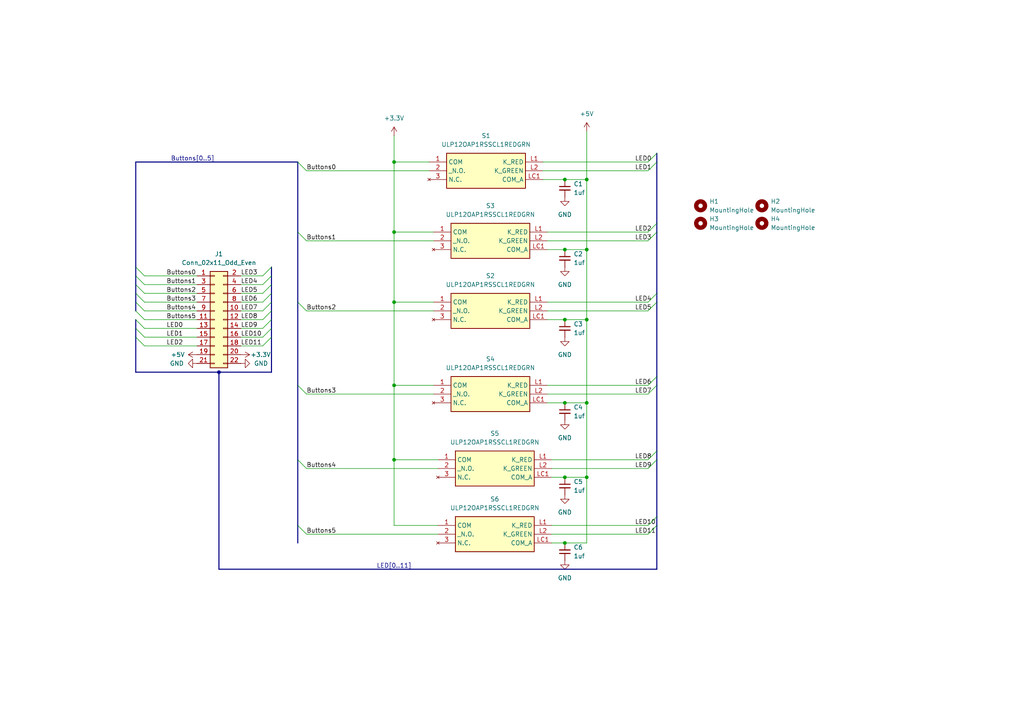
<source format=kicad_sch>
(kicad_sch (version 20250114) (generator "eeschema") (generator_version "9.0")
  (paper "A4")
  (lib_symbols
    (symbol "Connector_Generic:Conn_02x11_Odd_Even" (pin_names (offset 1.016) (hide yes))
      (property "Reference" "J" (at 1.27 15.24 0))
      (property "Value" "Conn_02x11_Odd_Even" (at 1.27 -15.24 0))
      (symbol "Conn_02x11_Odd_Even_1_1"
        (rectangle (start -1.27 13.97) (end 3.81 -13.97) (stroke (width 0.254)) (fill (type background)))
        (rectangle (start -1.27 12.827) (end 0 12.573) (stroke (width 0.1524)))
        (rectangle (start -1.27 10.287) (end 0 10.033) (stroke (width 0.1524)))
        (rectangle (start -1.27 7.747) (end 0 7.493) (stroke (width 0.1524)))
        (rectangle (start -1.27 5.207) (end 0 4.953) (stroke (width 0.1524)))
        (rectangle (start -1.27 2.667) (end 0 2.413) (stroke (width 0.1524)))
        (rectangle (start -1.27 0.127) (end 0 -0.127) (stroke (width 0.1524)))
        (rectangle (start -1.27 -2.413) (end 0 -2.667) (stroke (width 0.1524)))
        (rectangle (start -1.27 -4.953) (end 0 -5.207) (stroke (width 0.1524)))
        (rectangle (start -1.27 -7.493) (end 0 -7.747) (stroke (width 0.1524)))
        (rectangle (start -1.27 -10.033) (end 0 -10.287) (stroke (width 0.1524)))
        (rectangle (start -1.27 -12.573) (end 0 -12.827) (stroke (width 0.1524)))
        (rectangle (start 3.81 12.827) (end 2.54 12.573) (stroke (width 0.1524)))
        (rectangle (start 3.81 10.287) (end 2.54 10.033) (stroke (width 0.1524)))
        (rectangle (start 3.81 7.747) (end 2.54 7.493) (stroke (width 0.1524)))
        (rectangle (start 3.81 5.207) (end 2.54 4.953) (stroke (width 0.1524)))
        (rectangle (start 3.81 2.667) (end 2.54 2.413) (stroke (width 0.1524)))
        (rectangle (start 3.81 0.127) (end 2.54 -0.127) (stroke (width 0.1524)))
        (rectangle (start 3.81 -2.413) (end 2.54 -2.667) (stroke (width 0.1524)))
        (rectangle (start 3.81 -4.953) (end 2.54 -5.207) (stroke (width 0.1524)))
        (rectangle (start 3.81 -7.493) (end 2.54 -7.747) (stroke (width 0.1524)))
        (rectangle (start 3.81 -10.033) (end 2.54 -10.287) (stroke (width 0.1524)))
        (rectangle (start 3.81 -12.573) (end 2.54 -12.827) (stroke (width 0.1524)))
        (pin passive line (at -5.08 12.7 0) (length 3.81) (name "Pin_1") (number "1"))
        (pin passive line (at -5.08 10.16 0) (length 3.81) (name "Pin_3") (number "3"))
        (pin passive line (at -5.08 7.62 0) (length 3.81) (name "Pin_5") (number "5"))
        (pin passive line (at -5.08 5.08 0) (length 3.81) (name "Pin_7") (number "7"))
        (pin passive line (at -5.08 2.54 0) (length 3.81) (name "Pin_9") (number "9"))
        (pin passive line (at -5.08 0 0) (length 3.81) (name "Pin_11") (number "11"))
        (pin passive line (at -5.08 -2.54 0) (length 3.81) (name "Pin_13") (number "13"))
        (pin passive line (at -5.08 -5.08 0) (length 3.81) (name "Pin_15") (number "15"))
        (pin passive line (at -5.08 -7.62 0) (length 3.81) (name "Pin_17") (number "17"))
        (pin passive line (at -5.08 -10.16 0) (length 3.81) (name "Pin_19") (number "19"))
        (pin passive line (at -5.08 -12.7 0) (length 3.81) (name "Pin_21") (number "21"))
        (pin passive line (at 7.62 12.7 180) (length 3.81) (name "Pin_2") (number "2"))
        (pin passive line (at 7.62 10.16 180) (length 3.81) (name "Pin_4") (number "4"))
        (pin passive line (at 7.62 7.62 180) (length 3.81) (name "Pin_6") (number "6"))
        (pin passive line (at 7.62 5.08 180) (length 3.81) (name "Pin_8") (number "8"))
        (pin passive line (at 7.62 2.54 180) (length 3.81) (name "Pin_10") (number "10"))
        (pin passive line (at 7.62 0 180) (length 3.81) (name "Pin_12") (number "12"))
        (pin passive line (at 7.62 -2.54 180) (length 3.81) (name "Pin_14") (number "14"))
        (pin passive line (at 7.62 -5.08 180) (length 3.81) (name "Pin_16") (number "16"))
        (pin passive line (at 7.62 -7.62 180) (length 3.81) (name "Pin_18") (number "18"))
        (pin passive line (at 7.62 -10.16 180) (length 3.81) (name "Pin_20") (number "20"))
        (pin passive line (at 7.62 -12.7 180) (length 3.81) (name "Pin_22") (number "22"))
      )
    )
    (symbol "Control_Panel_Symbols:ULP12OAP1RSSCL1REDGRN"
      (property "Reference" "S" (at 29.21 7.62 0))
      (property "Value" "ULP12OAP1RSSCL1REDGRN" (at 29.21 5.08 0))
      (symbol "ULP12OAP1RSSCL1REDGRN_1_1"
        (rectangle (start 5.08 2.54) (end 27.94 -7.62) (stroke (width 0.254)) (fill (type background)))
        (pin passive line (at 0 0 0) (length 5.08) (name "COM") (number "1"))
        (pin passive line (at 0 -2.54 0) (length 5.08) (name "_N.O.") (number "2"))
        (pin no_connect line (at 0 -5.08 0) (length 5.08) (name "N.C.") (number "3"))
        (pin passive line (at 33.02 0 180) (length 5.08) (name "K_RED") (number "L1"))
        (pin passive line (at 33.02 -2.54 180) (length 5.08) (name "K_GREEN") (number "L2"))
        (pin passive line (at 33.02 -5.08 180) (length 5.08) (name "COM_A") (number "LC1"))
      )
    )
    (symbol "Device:C_Small" (pin_numbers (hide yes)) (pin_names (offset 0.254) (hide yes))
      (property "Reference" "C" (at 0.254 1.778 0))
      (property "Value" "C_Small" (at 0.254 -2.032 0))
      (symbol "C_Small_0_1"
        (polyline (pts (xy -1.524 0.508) (xy 1.524 0.508)) (stroke (width 0.3048)))
        (polyline (pts (xy -1.524 -0.508) (xy 1.524 -0.508)) (stroke (width 0.3302)))
      )
      (symbol "C_Small_1_1"
        (pin passive line (at 0 2.54 270) (length 2.032) (name "~") (number "1"))
        (pin passive line (at 0 -2.54 90) (length 2.032) (name "~") (number "2"))
      )
    )
    (symbol "Mechanical:MountingHole" (pin_names (offset 1.016)) (in_bom no)
      (property "Reference" "H" (at 0 5.08 0))
      (property "Value" "MountingHole" (at 0 3.175 0))
      (symbol "MountingHole_0_1"
        (circle (center 0 0) (radius 1.27) (stroke (width 1.27)))
      )
    )
    (symbol "power:+3.3V" (power) (pin_numbers (hide yes)) (pin_names (offset 0) (hide yes))
      (property "Value" "+3.3V" (at 0 3.556 0))
      (symbol "+3.3V_0_1"
        (polyline (pts (xy -0.762 1.27) (xy 0 2.54)))
        (polyline (pts (xy 0 2.54) (xy 0.762 1.27)))
        (polyline (pts (xy 0 0) (xy 0 2.54)))
      )
      (symbol "+3.3V_1_1"
        (pin power_in line (at 0 0 90) (length 0) (name "~") (number "1"))
      )
    )
    (symbol "power:+5V" (power) (pin_numbers (hide yes)) (pin_names (offset 0) (hide yes))
      (property "Value" "+5V" (at 0 3.556 0))
      (symbol "+5V_0_1"
        (polyline (pts (xy -0.762 1.27) (xy 0 2.54)))
        (polyline (pts (xy 0 2.54) (xy 0.762 1.27)))
        (polyline (pts (xy 0 0) (xy 0 2.54)))
      )
      (symbol "+5V_1_1"
        (pin power_in line (at 0 0 90) (length 0) (name "~") (number "1"))
      )
    )
    (symbol "power:GND" (power) (pin_numbers (hide yes)) (pin_names (offset 0) (hide yes))
      (property "Value" "GND" (at 0 -3.81 0))
      (symbol "GND_0_1"
        (polyline (pts (xy 0 0) (xy 0 -1.27) (xy 1.27 -1.27) (xy 0 -2.54) (xy -1.27 -1.27) (xy 0 -1.27)))
      )
      (symbol "GND_1_1"
        (pin power_in line (at 0 0 270) (length 0) (name "~") (number "1"))
      )
    )
  )
  (junction (at 163.83 92.71))
  (junction (at 163.83 138.43))
  (junction (at 163.83 52.07))
  (junction (at 114.3 46.99))
  (junction (at 163.83 72.39))
  (junction (at 170.18 92.71))
  (junction (at 170.18 138.43))
  (junction (at 163.83 116.84))
  (junction (at 170.18 52.07))
  (junction (at 163.83 157.48))
  (junction (at 114.3 111.76))
  (junction (at 114.3 87.63))
  (junction (at 170.18 116.84))
  (junction (at 114.3 133.35))
  (junction (at 63.5 107.95))
  (junction (at 114.3 67.31))
  (junction (at 170.18 72.39))
  (bus_entry (at 190.5 111.76) (size -2.54 2.54))
  (bus_entry (at 190.5 130.81) (size -2.54 2.54))
  (bus_entry (at 39.37 95.25) (size 2.54 2.54))
  (bus_entry (at 78.74 77.47) (size -2.54 2.54))
  (bus_entry (at 190.5 44.45) (size -2.54 2.54))
  (bus_entry (at 78.74 90.17) (size -2.54 2.54))
  (bus_entry (at 86.36 87.63) (size 2.54 2.54))
  (bus_entry (at 190.5 133.35) (size -2.54 2.54))
  (bus_entry (at 78.74 82.55) (size -2.54 2.54))
  (bus_entry (at 78.74 92.71) (size -2.54 2.54))
  (bus_entry (at 39.37 87.63) (size 2.54 2.54))
  (bus_entry (at 86.36 46.99) (size 2.54 2.54))
  (bus_entry (at 78.74 87.63) (size -2.54 2.54))
  (bus_entry (at 78.74 97.79) (size -2.54 2.54))
  (bus_entry (at 190.5 87.63) (size -2.54 2.54))
  (bus_entry (at 190.5 64.77) (size -2.54 2.54))
  (bus_entry (at 78.74 95.25) (size -2.54 2.54))
  (bus_entry (at 39.37 77.47) (size 2.54 2.54))
  (bus_entry (at 190.5 109.22) (size -2.54 2.54))
  (bus_entry (at 190.5 46.99) (size -2.54 2.54))
  (bus_entry (at 86.36 133.35) (size 2.54 2.54))
  (bus_entry (at 190.5 67.31) (size -2.54 2.54))
  (bus_entry (at 190.5 152.4) (size -2.54 2.54))
  (bus_entry (at 39.37 80.01) (size 2.54 2.54))
  (bus_entry (at 190.5 85.09) (size -2.54 2.54))
  (bus_entry (at 190.5 149.86) (size -2.54 2.54))
  (bus_entry (at 86.36 111.76) (size 2.54 2.54))
  (bus_entry (at 86.36 67.31) (size 2.54 2.54))
  (bus_entry (at 39.37 90.17) (size 2.54 2.54))
  (bus_entry (at 39.37 82.55) (size 2.54 2.54))
  (bus_entry (at 39.37 85.09) (size 2.54 2.54))
  (bus_entry (at 78.74 80.01) (size -2.54 2.54))
  (bus_entry (at 78.74 85.09) (size -2.54 2.54))
  (bus_entry (at 39.37 92.71) (size 2.54 2.54))
  (bus_entry (at 86.36 152.4) (size 2.54 2.54))
  (bus_entry (at 39.37 97.79) (size 2.54 2.54))
  (wire (pts (xy 157.48 52.07) (xy 163.83 52.07)))
  (wire (pts (xy 88.9 154.94) (xy 127 154.94)))
  (wire (pts (xy 69.85 90.17) (xy 76.2 90.17)))
  (wire (pts (xy 170.18 138.43) (xy 170.18 157.48)))
  (bus (pts (xy 78.74 97.79) (xy 78.74 107.95)))
  (wire (pts (xy 157.48 46.99) (xy 187.96 46.99)))
  (wire (pts (xy 160.02 133.35) (xy 187.96 133.35)))
  (wire (pts (xy 88.9 114.3) (xy 125.73 114.3)))
  (bus (pts (xy 39.37 77.47) (xy 39.37 80.01)))
  (bus (pts (xy 190.5 67.31) (xy 190.5 85.09)))
  (wire (pts (xy 158.75 116.84) (xy 163.83 116.84)))
  (wire (pts (xy 114.3 46.99) (xy 114.3 67.31)))
  (wire (pts (xy 41.91 90.17) (xy 57.15 90.17)))
  (wire (pts (xy 41.91 80.01) (xy 57.15 80.01)))
  (bus (pts (xy 78.74 82.55) (xy 78.74 85.09)))
  (wire (pts (xy 158.75 92.71) (xy 163.83 92.71)))
  (wire (pts (xy 158.75 87.63) (xy 187.96 87.63)))
  (wire (pts (xy 157.48 49.53) (xy 187.96 49.53)))
  (bus (pts (xy 190.5 44.45) (xy 190.5 46.99)))
  (wire (pts (xy 114.3 67.31) (xy 114.3 87.63)))
  (bus (pts (xy 39.37 80.01) (xy 39.37 82.55)))
  (wire (pts (xy 69.85 92.71) (xy 76.2 92.71)))
  (wire (pts (xy 41.91 100.33) (xy 57.15 100.33)))
  (wire (pts (xy 160.02 157.48) (xy 163.83 157.48)))
  (bus (pts (xy 190.5 64.77) (xy 190.5 67.31)))
  (bus (pts (xy 190.5 165.1) (xy 63.5 165.1)))
  (wire (pts (xy 41.91 92.71) (xy 57.15 92.71)))
  (wire (pts (xy 88.9 49.53) (xy 124.46 49.53)))
  (wire (pts (xy 170.18 92.71) (xy 170.18 116.84)))
  (bus (pts (xy 86.36 111.76) (xy 86.36 133.35)))
  (bus (pts (xy 190.5 111.76) (xy 190.5 130.81)))
  (wire (pts (xy 41.91 82.55) (xy 57.15 82.55)))
  (wire (pts (xy 170.18 72.39) (xy 170.18 92.71)))
  (wire (pts (xy 158.75 69.85) (xy 187.96 69.85)))
  (bus (pts (xy 86.36 67.31) (xy 86.36 87.63)))
  (wire (pts (xy 69.85 80.01) (xy 76.2 80.01)))
  (wire (pts (xy 69.85 87.63) (xy 76.2 87.63)))
  (wire (pts (xy 158.75 114.3) (xy 187.96 114.3)))
  (wire (pts (xy 160.02 135.89) (xy 187.96 135.89)))
  (wire (pts (xy 41.91 97.79) (xy 57.15 97.79)))
  (wire (pts (xy 158.75 111.76) (xy 187.96 111.76)))
  (bus (pts (xy 39.37 82.55) (xy 39.37 85.09)))
  (wire (pts (xy 160.02 138.43) (xy 163.83 138.43)))
  (bus (pts (xy 78.74 95.25) (xy 78.74 97.79)))
  (wire (pts (xy 114.3 39.37) (xy 114.3 46.99)))
  (wire (pts (xy 158.75 72.39) (xy 163.83 72.39)))
  (wire (pts (xy 160.02 154.94) (xy 187.96 154.94)))
  (bus (pts (xy 86.36 46.99) (xy 86.36 67.31)))
  (bus (pts (xy 190.5 87.63) (xy 190.5 109.22)))
  (wire (pts (xy 69.85 97.79) (xy 76.2 97.79)))
  (wire (pts (xy 88.9 69.85) (xy 125.73 69.85)))
  (wire (pts (xy 170.18 38.1) (xy 170.18 52.07)))
  (wire (pts (xy 69.85 85.09) (xy 76.2 85.09)))
  (bus (pts (xy 63.5 107.95) (xy 39.37 107.95)))
  (bus (pts (xy 39.37 87.63) (xy 39.37 90.17)))
  (bus (pts (xy 63.5 107.95) (xy 63.5 165.1)))
  (wire (pts (xy 114.3 111.76) (xy 114.3 133.35)))
  (bus (pts (xy 39.37 85.09) (xy 39.37 87.63)))
  (wire (pts (xy 69.85 95.25) (xy 76.2 95.25)))
  (wire (pts (xy 114.3 133.35) (xy 114.3 152.4)))
  (wire (pts (xy 163.83 52.07) (xy 170.18 52.07)))
  (bus (pts (xy 78.74 92.71) (xy 78.74 95.25)))
  (wire (pts (xy 163.83 92.71) (xy 170.18 92.71)))
  (bus (pts (xy 78.74 80.01) (xy 78.74 82.55)))
  (bus (pts (xy 78.74 77.47) (xy 78.74 80.01)))
  (bus (pts (xy 39.37 46.99) (xy 39.37 77.47)))
  (wire (pts (xy 114.3 133.35) (xy 127 133.35)))
  (wire (pts (xy 114.3 87.63) (xy 114.3 111.76)))
  (bus (pts (xy 78.74 87.63) (xy 78.74 90.17)))
  (wire (pts (xy 163.83 157.48) (xy 170.18 157.48)))
  (wire (pts (xy 69.85 100.33) (xy 76.2 100.33)))
  (wire (pts (xy 41.91 85.09) (xy 57.15 85.09)))
  (bus (pts (xy 190.5 85.09) (xy 190.5 87.63)))
  (bus (pts (xy 63.5 107.95) (xy 78.74 107.95)))
  (wire (pts (xy 41.91 87.63) (xy 57.15 87.63)))
  (wire (pts (xy 114.3 111.76) (xy 125.73 111.76)))
  (wire (pts (xy 163.83 116.84) (xy 170.18 116.84)))
  (wire (pts (xy 41.91 95.25) (xy 57.15 95.25)))
  (bus (pts (xy 190.5 46.99) (xy 190.5 64.77)))
  (wire (pts (xy 114.3 67.31) (xy 125.73 67.31)))
  (bus (pts (xy 190.5 133.35) (xy 190.5 149.86)))
  (bus (pts (xy 190.5 152.4) (xy 190.5 165.1)))
  (wire (pts (xy 158.75 67.31) (xy 187.96 67.31)))
  (wire (pts (xy 69.85 82.55) (xy 76.2 82.55)))
  (wire (pts (xy 114.3 87.63) (xy 125.73 87.63)))
  (bus (pts (xy 39.37 95.25) (xy 39.37 97.79)))
  (wire (pts (xy 88.9 135.89) (xy 127 135.89)))
  (wire (pts (xy 163.83 138.43) (xy 170.18 138.43)))
  (wire (pts (xy 170.18 116.84) (xy 170.18 138.43)))
  (wire (pts (xy 88.9 90.17) (xy 125.73 90.17)))
  (bus (pts (xy 78.74 85.09) (xy 78.74 87.63)))
  (wire (pts (xy 114.3 152.4) (xy 127 152.4)))
  (bus (pts (xy 86.36 152.4) (xy 86.36 157.48)))
  (bus (pts (xy 190.5 149.86) (xy 190.5 152.4)))
  (wire (pts (xy 170.18 52.07) (xy 170.18 72.39)))
  (wire (pts (xy 163.83 72.39) (xy 170.18 72.39)))
  (bus (pts (xy 86.36 46.99) (xy 39.37 46.99)))
  (wire (pts (xy 158.75 90.17) (xy 187.96 90.17)))
  (bus (pts (xy 78.74 90.17) (xy 78.74 92.71)))
  (bus (pts (xy 39.37 97.79) (xy 39.37 107.95)))
  (wire (pts (xy 160.02 152.4) (xy 187.96 152.4)))
  (bus (pts (xy 190.5 130.81) (xy 190.5 133.35)))
  (bus (pts (xy 190.5 109.22) (xy 190.5 111.76)))
  (wire (pts (xy 114.3 46.99) (xy 124.46 46.99)))
  (bus (pts (xy 86.36 133.35) (xy 86.36 152.4)))
  (bus (pts (xy 39.37 95.25) (xy 39.37 92.71)))
  (bus (pts (xy 86.36 87.63) (xy 86.36 111.76)))
  (label "LED8" (at 69.85 92.71 0))
  (label "LED5" (at 184.15 90.17 0))
  (label "LED4" (at 184.15 87.63 0))
  (label "Buttons1" (at 88.9 69.85 0))
  (label "Buttons4" (at 88.9 135.89 0))
  (label "Buttons5" (at 48.26 92.71 0))
  (label "LED8" (at 184.15 133.35 0))
  (label "LED0" (at 48.26 95.25 0))
  (label "LED2" (at 48.26 100.33 0))
  (label "LED1" (at 48.26 97.79 0))
  (label "LED5" (at 69.85 85.09 0))
  (label "Buttons1" (at 48.26 82.55 0))
  (label "Buttons4" (at 48.26 90.17 0))
  (label "Buttons3" (at 88.9 114.3 0))
  (label "LED0" (at 184.15 46.99 0))
  (label "LED11" (at 184.15 154.94 0))
  (label "LED6" (at 69.85 87.63 0))
  (label "Buttons0" (at 48.26 80.01 0))
  (label "LED2" (at 184.15 67.31 0))
  (label "Buttons2" (at 48.26 85.09 0))
  (label "Buttons2" (at 88.9 90.17 0))
  (label "LED11" (at 69.85 100.33 0))
  (label "Buttons3" (at 48.26 87.63 0))
  (label "LED9" (at 69.85 95.25 0))
  (label "LED3" (at 184.15 69.85 0))
  (label "LED9" (at 184.15 135.89 0))
  (label "LED7" (at 184.15 114.3 0))
  (label "LED[0..11]" (at 109.22 165.1 0))
  (label "LED10" (at 184.15 152.4 0))
  (label "Buttons0" (at 88.9 49.53 0))
  (label "LED3" (at 69.85 80.01 0))
  (label "LED6" (at 184.15 111.76 0))
  (label "LED10" (at 69.85 97.79 0))
  (label "Buttons5" (at 88.9 154.94 0))
  (label "LED1" (at 184.15 49.53 0))
  (label "LED7" (at 69.85 90.17 0))
  (label "LED4" (at 69.85 82.55 0))
  (label "Buttons[0..5]" (at 49.53 46.99 0))
  (symbol (lib_id "Control_Panel_Symbols:ULP12OAP1RSSCL1REDGRN") (at 124.46 46.99 0) (unit 1)
    (property "Reference" "S1" (at 140.97 39.37 0))
    (property "Value" "ULP12OAP1RSSCL1REDGRN" (at 140.97 41.91 0))
    (property "Footprint" "Control_Panel_Footprints:ULP12OAP1RSSCL1REDGRN" (effects (hide yes)))
    (property "Datasheet" "https://configured-product-images.s3.amazonaws.com/2D/specs/ULP12OAP1RSSCL1REDGRN.pdf" (effects (hide yes)))
    (property "Description" "PUSHBUTTON, 100mA, 28VDC SPDT, On-(On) Through Hole" (effects (hide yes)))
    (property "Height" "19.65" (effects (hide yes)))
    (property "Mouser Part Number" "612-UP1RSSCL1REDGRN" (effects (hide yes)))
    (property "Mouser Price/Stock" "https://www.mouser.co.uk/ProductDetail/E-Switch/ULP12OAP1RSSCL1REDGRN?qs=QtyuwXswaQjRlqhP4d%252B0RA%3D%3D" (effects (hide yes)))
    (property "Manufacturer_Name" "E-Switch" (effects (hide yes)))
    (property "Manufacturer_Part_Number" "ULP12OAP1RSSCL1REDGRN" (effects (hide yes)))
  )
  (symbol (lib_id "Control_Panel_Symbols:ULP12OAP1RSSCL1REDGRN") (at 125.73 87.63 0) (unit 1)
    (property "Reference" "S2" (at 142.24 80.01 0))
    (property "Value" "ULP12OAP1RSSCL1REDGRN" (at 142.24 82.55 0))
    (property "Footprint" "Control_Panel_Footprints:ULP12OAP1RSSCL1REDGRN" (effects (hide yes)))
    (property "Datasheet" "https://configured-product-images.s3.amazonaws.com/2D/specs/ULP12OAP1RSSCL1REDGRN.pdf" (effects (hide yes)))
    (property "Description" "PUSHBUTTON, 100mA, 28VDC SPDT, On-(On) Through Hole" (effects (hide yes)))
    (property "Height" "19.65" (effects (hide yes)))
    (property "Mouser Part Number" "612-UP1RSSCL1REDGRN" (effects (hide yes)))
    (property "Mouser Price/Stock" "https://www.mouser.co.uk/ProductDetail/E-Switch/ULP12OAP1RSSCL1REDGRN?qs=QtyuwXswaQjRlqhP4d%252B0RA%3D%3D" (effects (hide yes)))
    (property "Manufacturer_Name" "E-Switch" (effects (hide yes)))
    (property "Manufacturer_Part_Number" "ULP12OAP1RSSCL1REDGRN" (effects (hide yes)))
  )
  (symbol (lib_id "Mechanical:MountingHole") (at 220.98 59.69 0) (unit 1) (in_bom no)
    (property "Reference" "H2" (at 223.52 58.4199 0) (effects (justify left)))
    (property "Value" "MountingHole" (at 223.52 60.9599 0) (effects (justify left)))
    (property "Footprint" "MountingHole:MountingHole_3.2mm_M3" (effects (hide yes)))
    (property "Description" "Mounting Hole without connection" (effects (hide yes)))
  )
  (symbol (lib_id "power:+3.3V") (at 114.3 39.37 0) (unit 1)
    (property "Reference" "#PWR01" (effects (hide yes)))
    (property "Value" "+3.3V" (at 114.3 34.29 0))
    (property "Description" "Power symbol creates a global label with name \"+3.3V\"" (effects (hide yes)))
  )
  (symbol (lib_id "power:GND") (at 57.15 105.41 270) (unit 1)
    (property "Reference" "#PWR05" (effects (hide yes)))
    (property "Value" "GND" (at 53.34 105.4099 90) (effects (justify right)))
    (property "Description" "Power symbol creates a global label with name \"GND\" , ground" (effects (hide yes)))
  )
  (symbol (lib_id "Device:C_Small") (at 163.83 160.02 180) (unit 1)
    (property "Reference" "C6" (at 166.37 158.7435 0) (effects (justify right)))
    (property "Value" "1uf" (at 166.37 161.2835 0) (effects (justify right)))
    (property "Footprint" "Capacitor_SMD:C_1206_3216Metric_Pad1.33x1.80mm_HandSolder" (effects (hide yes)))
    (property "Description" "Unpolarized capacitor, small symbol" (effects (hide yes)))
  )
  (symbol (lib_id "Device:C_Small") (at 163.83 54.61 0) (unit 1)
    (property "Reference" "C1" (at 166.37 53.3462 0) (effects (justify left)))
    (property "Value" "1uf" (at 166.37 55.8862 0) (effects (justify left)))
    (property "Footprint" "Capacitor_SMD:C_1206_3216Metric_Pad1.33x1.80mm_HandSolder" (effects (hide yes)))
    (property "Description" "Unpolarized capacitor, small symbol" (effects (hide yes)))
  )
  (symbol (lib_id "power:+5V") (at 57.15 102.87 90) (unit 1)
    (property "Reference" "#PWR03" (effects (hide yes)))
    (property "Value" "+5V" (at 51.562 102.87 90))
    (property "Description" "Power symbol creates a global label with name \"+5V\"" (effects (hide yes)))
  )
  (symbol (lib_id "Mechanical:MountingHole") (at 203.2 59.69 0) (unit 1) (in_bom no)
    (property "Reference" "H1" (at 205.74 58.4199 0) (effects (justify left)))
    (property "Value" "MountingHole" (at 205.74 60.9599 0) (effects (justify left)))
    (property "Footprint" "MountingHole:MountingHole_3.2mm_M3" (effects (hide yes)))
    (property "Description" "Mounting Hole without connection" (effects (hide yes)))
  )
  (symbol (lib_id "power:GND") (at 163.83 143.51 0) (unit 1)
    (property "Reference" "#PWR010" (effects (hide yes)))
    (property "Value" "GND" (at 163.83 148.59 0))
    (property "Description" "Power symbol creates a global label with name \"GND\" , ground" (effects (hide yes)))
  )
  (symbol (lib_id "Control_Panel_Symbols:ULP12OAP1RSSCL1REDGRN") (at 125.73 67.31 0) (unit 1)
    (property "Reference" "S3" (at 142.24 59.69 0))
    (property "Value" "ULP12OAP1RSSCL1REDGRN" (at 142.24 62.23 0))
    (property "Footprint" "Control_Panel_Footprints:ULP12OAP1RSSCL1REDGRN" (effects (hide yes)))
    (property "Datasheet" "https://configured-product-images.s3.amazonaws.com/2D/specs/ULP12OAP1RSSCL1REDGRN.pdf" (effects (hide yes)))
    (property "Description" "PUSHBUTTON, 100mA, 28VDC SPDT, On-(On) Through Hole" (effects (hide yes)))
    (property "Height" "19.65" (effects (hide yes)))
    (property "Mouser Part Number" "612-UP1RSSCL1REDGRN" (effects (hide yes)))
    (property "Mouser Price/Stock" "https://www.mouser.co.uk/ProductDetail/E-Switch/ULP12OAP1RSSCL1REDGRN?qs=QtyuwXswaQjRlqhP4d%252B0RA%3D%3D" (effects (hide yes)))
    (property "Manufacturer_Name" "E-Switch" (effects (hide yes)))
    (property "Manufacturer_Part_Number" "ULP12OAP1RSSCL1REDGRN" (effects (hide yes)))
  )
  (symbol (lib_id "Device:C_Small") (at 163.83 95.25 0) (unit 1)
    (property "Reference" "C3" (at 166.37 93.9862 0) (effects (justify left)))
    (property "Value" "1uf" (at 166.37 96.5262 0) (effects (justify left)))
    (property "Footprint" "Capacitor_SMD:C_1206_3216Metric_Pad1.33x1.80mm_HandSolder" (effects (hide yes)))
    (property "Description" "Unpolarized capacitor, small symbol" (effects (hide yes)))
  )
  (symbol (lib_id "power:GND") (at 163.83 121.92 0) (unit 1)
    (property "Reference" "#PWR09" (effects (hide yes)))
    (property "Value" "GND" (at 163.83 127 0))
    (property "Description" "Power symbol creates a global label with name \"GND\" , ground" (effects (hide yes)))
  )
  (symbol (lib_id "Control_Panel_Symbols:ULP12OAP1RSSCL1REDGRN") (at 125.73 111.76 0) (unit 1)
    (property "Reference" "S4" (at 142.24 104.14 0))
    (property "Value" "ULP12OAP1RSSCL1REDGRN" (at 142.24 106.68 0))
    (property "Footprint" "Control_Panel_Footprints:ULP12OAP1RSSCL1REDGRN" (effects (hide yes)))
    (property "Datasheet" "https://configured-product-images.s3.amazonaws.com/2D/specs/ULP12OAP1RSSCL1REDGRN.pdf" (effects (hide yes)))
    (property "Description" "PUSHBUTTON, 100mA, 28VDC SPDT, On-(On) Through Hole" (effects (hide yes)))
    (property "Height" "19.65" (effects (hide yes)))
    (property "Mouser Part Number" "612-UP1RSSCL1REDGRN" (effects (hide yes)))
    (property "Mouser Price/Stock" "https://www.mouser.co.uk/ProductDetail/E-Switch/ULP12OAP1RSSCL1REDGRN?qs=QtyuwXswaQjRlqhP4d%252B0RA%3D%3D" (effects (hide yes)))
    (property "Manufacturer_Name" "E-Switch" (effects (hide yes)))
    (property "Manufacturer_Part_Number" "ULP12OAP1RSSCL1REDGRN" (effects (hide yes)))
  )
  (symbol (lib_id "Device:C_Small") (at 163.83 140.97 0) (unit 1)
    (property "Reference" "C5" (at 166.37 139.7062 0) (effects (justify left)))
    (property "Value" "1uf" (at 166.37 142.2462 0) (effects (justify left)))
    (property "Footprint" "Capacitor_SMD:C_1206_3216Metric_Pad1.33x1.80mm_HandSolder" (effects (hide yes)))
    (property "Description" "Unpolarized capacitor, small symbol" (effects (hide yes)))
  )
  (symbol (lib_id "Device:C_Small") (at 163.83 119.38 0) (unit 1)
    (property "Reference" "C4" (at 166.37 118.1162 0) (effects (justify left)))
    (property "Value" "1uf" (at 166.37 120.6562 0) (effects (justify left)))
    (property "Footprint" "Capacitor_SMD:C_1206_3216Metric_Pad1.33x1.80mm_HandSolder" (effects (hide yes)))
    (property "Description" "Unpolarized capacitor, small symbol" (effects (hide yes)))
  )
  (symbol (lib_id "power:GND") (at 163.83 97.79 0) (unit 1)
    (property "Reference" "#PWR08" (effects (hide yes)))
    (property "Value" "GND" (at 163.83 102.87 0))
    (property "Description" "Power symbol creates a global label with name \"GND\" , ground" (effects (hide yes)))
  )
  (symbol (lib_id "Control_Panel_Symbols:ULP12OAP1RSSCL1REDGRN") (at 127 133.35 0) (unit 1)
    (property "Reference" "S5" (at 143.51 125.73 0))
    (property "Value" "ULP12OAP1RSSCL1REDGRN" (at 143.51 128.27 0))
    (property "Footprint" "Control_Panel_Footprints:ULP12OAP1RSSCL1REDGRN" (effects (hide yes)))
    (property "Datasheet" "https://configured-product-images.s3.amazonaws.com/2D/specs/ULP12OAP1RSSCL1REDGRN.pdf" (effects (hide yes)))
    (property "Description" "PUSHBUTTON, 100mA, 28VDC SPDT, On-(On) Through Hole" (effects (hide yes)))
    (property "Height" "19.65" (effects (hide yes)))
    (property "Mouser Part Number" "612-UP1RSSCL1REDGRN" (effects (hide yes)))
    (property "Mouser Price/Stock" "https://www.mouser.co.uk/ProductDetail/E-Switch/ULP12OAP1RSSCL1REDGRN?qs=QtyuwXswaQjRlqhP4d%252B0RA%3D%3D" (effects (hide yes)))
    (property "Manufacturer_Name" "E-Switch" (effects (hide yes)))
    (property "Manufacturer_Part_Number" "ULP12OAP1RSSCL1REDGRN" (effects (hide yes)))
  )
  (symbol (lib_id "Control_Panel_Symbols:ULP12OAP1RSSCL1REDGRN") (at 127 152.4 0) (unit 1)
    (property "Reference" "S6" (at 143.51 144.78 0))
    (property "Value" "ULP12OAP1RSSCL1REDGRN" (at 143.51 147.32 0))
    (property "Footprint" "Control_Panel_Footprints:ULP12OAP1RSSCL1REDGRN" (effects (hide yes)))
    (property "Datasheet" "https://configured-product-images.s3.amazonaws.com/2D/specs/ULP12OAP1RSSCL1REDGRN.pdf" (effects (hide yes)))
    (property "Description" "PUSHBUTTON, 100mA, 28VDC SPDT, On-(On) Through Hole" (effects (hide yes)))
    (property "Height" "19.65" (effects (hide yes)))
    (property "Mouser Part Number" "612-UP1RSSCL1REDGRN" (effects (hide yes)))
    (property "Mouser Price/Stock" "https://www.mouser.co.uk/ProductDetail/E-Switch/ULP12OAP1RSSCL1REDGRN?qs=QtyuwXswaQjRlqhP4d%252B0RA%3D%3D" (effects (hide yes)))
    (property "Manufacturer_Name" "E-Switch" (effects (hide yes)))
    (property "Manufacturer_Part_Number" "ULP12OAP1RSSCL1REDGRN" (effects (hide yes)))
  )
  (symbol (lib_id "power:+3.3V") (at 69.85 102.87 270) (unit 1)
    (property "Reference" "#PWR02" (effects (hide yes)))
    (property "Value" "+3.3V" (at 72.644 102.87 90) (effects (justify left)))
    (property "Description" "Power symbol creates a global label with name \"+3.3V\"" (effects (hide yes)))
  )
  (symbol (lib_id "Mechanical:MountingHole") (at 203.2 64.77 0) (unit 1) (in_bom no)
    (property "Reference" "H3" (at 205.74 63.4999 0) (effects (justify left)))
    (property "Value" "MountingHole" (at 205.74 66.0399 0) (effects (justify left)))
    (property "Footprint" "MountingHole:MountingHole_3.2mm_M3" (effects (hide yes)))
    (property "Description" "Mounting Hole without connection" (effects (hide yes)))
  )
  (symbol (lib_id "Connector_Generic:Conn_02x11_Odd_Even") (at 62.23 92.71 0) (unit 1)
    (property "Reference" "J1" (at 63.5 73.66 0))
    (property "Value" "Conn_02x11_Odd_Even" (at 63.5 76.2 0))
    (property "Footprint" "Connector_PinSocket_2.54mm:PinSocket_2x11_P2.54mm_Vertical" (effects (hide yes)))
    (property "Description" "Generic connector, double row, 02x11, odd/even pin numbering scheme (row 1 odd numbers, row 2 even numbers), script generated (kicad-library-utils/schlib/autogen/connector/)" (effects (hide yes)))
  )
  (symbol (lib_id "Mechanical:MountingHole") (at 220.98 64.77 0) (unit 1) (in_bom no)
    (property "Reference" "H4" (at 223.52 63.4999 0) (effects (justify left)))
    (property "Value" "MountingHole" (at 223.52 66.0399 0) (effects (justify left)))
    (property "Footprint" "MountingHole:MountingHole_3.2mm_M3" (effects (hide yes)))
    (property "Description" "Mounting Hole without connection" (effects (hide yes)))
  )
  (symbol (lib_id "power:GND") (at 163.83 57.15 0) (unit 1)
    (property "Reference" "#PWR012" (effects (hide yes)))
    (property "Value" "GND" (at 163.83 62.23 0))
    (property "Description" "Power symbol creates a global label with name \"GND\" , ground" (effects (hide yes)))
  )
  (symbol (lib_id "power:GND") (at 163.83 77.47 0) (unit 1)
    (property "Reference" "#PWR07" (effects (hide yes)))
    (property "Value" "GND" (at 163.83 82.55 0))
    (property "Description" "Power symbol creates a global label with name \"GND\" , ground" (effects (hide yes)))
  )
  (symbol (lib_id "power:GND") (at 163.83 162.56 0) (unit 1)
    (property "Reference" "#PWR011" (effects (hide yes)))
    (property "Value" "GND" (at 163.83 167.64 0))
    (property "Description" "Power symbol creates a global label with name \"GND\" , ground" (effects (hide yes)))
  )
  (symbol (lib_id "power:GND") (at 69.85 105.41 90) (unit 1)
    (property "Reference" "#PWR06" (effects (hide yes)))
    (property "Value" "GND" (at 73.66 105.4099 90) (effects (justify right)))
    (property "Description" "Power symbol creates a global label with name \"GND\" , ground" (effects (hide yes)))
  )
  (symbol (lib_id "Device:C_Small") (at 163.83 74.93 0) (unit 1)
    (property "Reference" "C2" (at 166.37 73.6662 0) (effects (justify left)))
    (property "Value" "1uf" (at 166.37 76.2062 0) (effects (justify left)))
    (property "Footprint" "Capacitor_SMD:C_1206_3216Metric_Pad1.33x1.80mm_HandSolder" (effects (hide yes)))
    (property "Description" "Unpolarized capacitor, small symbol" (effects (hide yes)))
  )
  (symbol (lib_id "power:+5V") (at 170.18 38.1 0) (unit 1)
    (property "Reference" "#PWR04" (effects (hide yes)))
    (property "Value" "+5V" (at 170.18 33.02 0))
    (property "Description" "Power symbol creates a global label with name \"+5V\"" (effects (hide yes)))
  )
)
</source>
